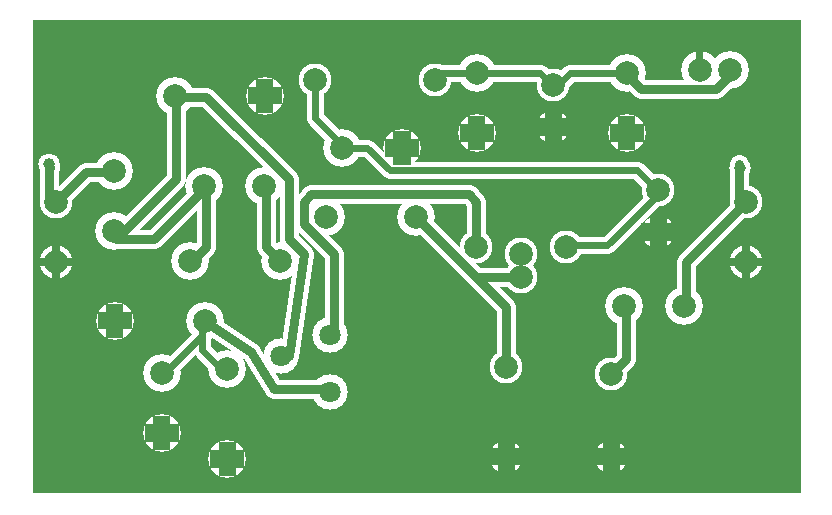
<source format=gbr>
%FSLAX34Y34*%
%MOMM*%
%LNCOPPER_BOTTOM*%
G71*
G01*
%ADD10C,3.200*%
%ADD11C,3.000*%
%ADD12C,2.800*%
%ADD13C,1.600*%
%ADD14C,2.800*%
%ADD15C,3.200*%
%ADD16C,1.400*%
%ADD17C,1.800*%
%ADD18C,0.667*%
%ADD19C,0.813*%
%ADD20C,1.453*%
%ADD21C,1.467*%
%ADD22C,2.230*%
%ADD23C,2.000*%
%ADD24C,1.800*%
%ADD25C,0.800*%
%ADD26C,2.000*%
%ADD27C,3.000*%
%ADD28C,0.600*%
%ADD29C,1.000*%
%LPD*%
G36*
X-540360Y204700D02*
X109640Y204700D01*
X109640Y-195300D01*
X-540360Y-195300D01*
X-540360Y204700D01*
G37*
%LPC*%
X-344034Y140589D02*
G54D10*
D03*
X-420284Y140639D02*
G54D10*
D03*
X10596Y-37230D02*
G54D10*
D03*
X-40384Y-37343D02*
G54D10*
D03*
X23975Y162825D02*
G54D10*
D03*
X49475Y162825D02*
G54D10*
D03*
X-288900Y-62000D02*
G54D11*
D03*
X-330200Y-79575D02*
G54D11*
D03*
X-288865Y-109891D02*
G54D11*
D03*
X-345003Y64369D02*
G54D10*
D03*
X-395984Y64257D02*
G54D10*
D03*
X-331334Y889D02*
G54D10*
D03*
X-407584Y939D02*
G54D10*
D03*
X-394834Y-49911D02*
G54D10*
D03*
X-471084Y-49861D02*
G54D10*
D03*
X-431464Y-94025D02*
G54D10*
D03*
X-431352Y-145006D02*
G54D10*
D03*
X-375872Y-166826D02*
G54D10*
D03*
X-375821Y-90576D02*
G54D10*
D03*
X-37764Y159975D02*
G54D10*
D03*
X-37652Y108994D02*
G54D10*
D03*
X-164764Y159975D02*
G54D10*
D03*
X-164652Y108994D02*
G54D10*
D03*
X-165100Y12700D02*
G54D12*
D03*
X-88900Y12700D02*
G54D12*
D03*
X-127000Y-12700D02*
G54D12*
D03*
X-99944Y114206D02*
G54D12*
D03*
X-99944Y149306D02*
G54D12*
D03*
X-139700Y-88900D02*
G54D12*
D03*
X-50800Y-95250D02*
G54D12*
D03*
X-215850Y38050D02*
G54D10*
D03*
X-292100Y38100D02*
G54D10*
D03*
G54D13*
X-395984Y64257D02*
X-393700Y63500D01*
X-438150Y19050D01*
X-469900Y19050D01*
X-469564Y20275D01*
G54D13*
X-469564Y20275D02*
X-469900Y19050D01*
X-419100Y69850D01*
X-419100Y139700D01*
X-420284Y140639D01*
G54D13*
X-323850Y-79575D02*
X-311150Y6350D01*
X-323850Y19050D01*
X-323850Y69850D01*
X-393700Y139700D01*
X-419100Y139700D01*
X-420284Y140639D01*
G54D13*
X-165100Y12700D02*
X-165100Y50800D01*
X-171450Y57150D01*
X-304800Y57150D01*
X-311150Y50800D01*
X-311150Y31750D01*
X-285750Y6350D01*
X-285750Y-63500D01*
X-288900Y-62000D01*
G54D13*
X-217034Y38989D02*
X-215900Y38100D01*
X-139700Y-38100D01*
X-139700Y-88900D01*
G54D13*
X-217034Y38989D02*
X-215900Y38100D01*
X-165100Y-12700D01*
X-127000Y-12700D01*
X-344034Y140589D02*
G54D14*
D03*
X-431352Y-145006D02*
G54D14*
D03*
X-375872Y-166826D02*
G54D14*
D03*
X-139700Y-165100D02*
G54D14*
D03*
X-50800Y-165100D02*
G54D14*
D03*
G54D13*
X-407584Y939D02*
X-406400Y0D01*
X-393700Y12700D01*
X-393700Y63500D01*
X-395984Y64257D01*
G54D13*
X-331334Y889D02*
X-330200Y0D01*
X-342900Y12700D01*
X-342900Y63500D01*
X-345003Y64369D01*
X-523850Y-176300D02*
G54D15*
D03*
X-520880Y184038D02*
G54D15*
D03*
X92100Y179300D02*
G54D15*
D03*
X92100Y-176300D02*
G54D15*
D03*
X-200000Y153900D02*
G54D12*
D03*
X-301600Y153900D02*
G54D12*
D03*
X-227946Y96423D02*
G54D10*
D03*
X-278927Y96311D02*
G54D10*
D03*
X-11044Y25306D02*
G54D12*
D03*
X-11044Y60406D02*
G54D12*
D03*
X-37652Y108994D02*
G54D14*
D03*
X-99944Y114206D02*
G54D14*
D03*
X-164652Y108994D02*
G54D14*
D03*
X-227946Y96423D02*
G54D14*
D03*
X-11044Y25306D02*
G54D14*
D03*
G54D16*
X-99944Y149306D02*
X-98400Y147550D01*
X-85700Y160250D01*
X-34900Y160250D01*
X-37764Y159975D01*
G54D16*
X-99944Y149306D02*
X-98400Y147550D01*
X-111100Y160250D01*
X-161900Y160250D01*
X-164764Y159975D01*
G54D16*
X-278927Y96311D02*
X-276200Y96750D01*
X-301600Y122150D01*
X-301600Y153900D01*
G54D16*
X-11044Y60406D02*
X-9500Y58650D01*
X-28550Y77700D01*
X-238100Y77700D01*
X-257150Y96750D01*
X-276200Y96750D01*
X-278927Y96311D01*
G54D16*
X-11044Y60406D02*
X-9500Y58650D01*
X-53950Y14200D01*
X-92050Y14200D01*
X-88900Y12700D01*
G54D16*
X-200000Y153900D02*
X-193650Y160250D01*
X-161900Y160250D01*
X-164764Y159975D01*
X-471084Y-49861D02*
G54D14*
D03*
G54D16*
X-431464Y-94025D02*
X-428600Y-93750D01*
X-396850Y-62000D01*
X-396850Y-49300D01*
X-394834Y-49911D01*
G54D16*
X-375821Y-90576D02*
X-377800Y-93750D01*
X-396850Y-74700D01*
X-396850Y-49300D01*
X-394834Y-49911D01*
X-127000Y6350D02*
G54D12*
D03*
X58540Y79600D02*
G54D17*
D03*
X63500Y50800D02*
G54D12*
D03*
X63500Y0D02*
G54D12*
D03*
G54D13*
X-50800Y-95250D02*
X-38100Y-82550D01*
X-38100Y-38100D01*
X-40384Y-37343D01*
G54D13*
X63500Y50800D02*
X12700Y0D01*
X12700Y-38100D01*
X10596Y-37230D01*
G54D13*
X63500Y50800D02*
X57150Y57150D01*
X57150Y82550D01*
X58540Y79600D01*
G54D13*
X-37764Y159975D02*
X-38100Y158750D01*
X-25400Y146050D01*
X38100Y146050D01*
X50800Y158750D01*
X50800Y165100D01*
X49475Y162825D01*
X-472055Y25952D02*
G54D10*
D03*
X-472167Y76932D02*
G54D10*
D03*
G54D13*
X-394834Y-49911D02*
X-393700Y-50800D01*
X-355600Y-76200D01*
X-336550Y-107950D01*
X-285750Y-107950D01*
X-288865Y-109891D01*
X-527050Y82550D02*
G54D17*
D03*
X-520700Y50800D02*
G54D12*
D03*
X-520700Y0D02*
G54D12*
D03*
G54D13*
X-520700Y50800D02*
X-527050Y57150D01*
X-527050Y82550D01*
X-525660Y79600D01*
G54D13*
X-520700Y50800D02*
X-495300Y76200D01*
X-469900Y76200D01*
X-472167Y76932D01*
%LPD*%
G54D18*
G36*
X20642Y162825D02*
X20642Y179325D01*
X27308Y179325D01*
X27308Y162825D01*
X20642Y162825D01*
G37*
G54D19*
G54D20*
G36*
X-351301Y140589D02*
X-351301Y155089D01*
X-336767Y155089D01*
X-336767Y140589D01*
X-351301Y140589D01*
G37*
G36*
X-344034Y147856D02*
X-329534Y147856D01*
X-329534Y133322D01*
X-344034Y133322D01*
X-344034Y147856D01*
G37*
G36*
X-336767Y140589D02*
X-336767Y126089D01*
X-351301Y126089D01*
X-351301Y140589D01*
X-336767Y140589D01*
G37*
G36*
X-344034Y133322D02*
X-358534Y133322D01*
X-358534Y147856D01*
X-344034Y147856D01*
X-344034Y133322D01*
G37*
G54D21*
G36*
X-438685Y-145006D02*
X-438685Y-130506D01*
X-424019Y-130506D01*
X-424019Y-145006D01*
X-438685Y-145006D01*
G37*
G36*
X-431352Y-137673D02*
X-416852Y-137673D01*
X-416852Y-152339D01*
X-431352Y-152339D01*
X-431352Y-137673D01*
G37*
G36*
X-424019Y-145006D02*
X-424019Y-159506D01*
X-438685Y-159506D01*
X-438685Y-145006D01*
X-424019Y-145006D01*
G37*
G36*
X-431352Y-152339D02*
X-445852Y-152339D01*
X-445852Y-137673D01*
X-431352Y-137673D01*
X-431352Y-152339D01*
G37*
G54D21*
G36*
X-383205Y-166826D02*
X-383205Y-152326D01*
X-368538Y-152326D01*
X-368538Y-166826D01*
X-383205Y-166826D01*
G37*
G36*
X-375872Y-159493D02*
X-361372Y-159493D01*
X-361372Y-174159D01*
X-375872Y-174159D01*
X-375872Y-159493D01*
G37*
G36*
X-368538Y-166826D02*
X-368538Y-181326D01*
X-383205Y-181326D01*
X-383205Y-166826D01*
X-368538Y-166826D01*
G37*
G36*
X-375872Y-174159D02*
X-390372Y-174159D01*
X-390372Y-159493D01*
X-375872Y-159493D01*
X-375872Y-174159D01*
G37*
G54D21*
G36*
X-147033Y-165100D02*
X-147033Y-150600D01*
X-132367Y-150600D01*
X-132367Y-165100D01*
X-147033Y-165100D01*
G37*
G36*
X-139700Y-157767D02*
X-125200Y-157767D01*
X-125200Y-172433D01*
X-139700Y-172433D01*
X-139700Y-157767D01*
G37*
G36*
X-132367Y-165100D02*
X-132367Y-179600D01*
X-147033Y-179600D01*
X-147033Y-165100D01*
X-132367Y-165100D01*
G37*
G36*
X-139700Y-172433D02*
X-154200Y-172433D01*
X-154200Y-157767D01*
X-139700Y-157767D01*
X-139700Y-172433D01*
G37*
G54D21*
G36*
X-58133Y-165100D02*
X-58133Y-150600D01*
X-43467Y-150600D01*
X-43467Y-165100D01*
X-58133Y-165100D01*
G37*
G36*
X-50800Y-157767D02*
X-36300Y-157767D01*
X-36300Y-172433D01*
X-50800Y-172433D01*
X-50800Y-157767D01*
G37*
G36*
X-43467Y-165100D02*
X-43467Y-179600D01*
X-58133Y-179600D01*
X-58133Y-165100D01*
X-43467Y-165100D01*
G37*
G36*
X-50800Y-172433D02*
X-65300Y-172433D01*
X-65300Y-157767D01*
X-50800Y-157767D01*
X-50800Y-172433D01*
G37*
G54D22*
G36*
X-523850Y-165150D02*
X-507350Y-165150D01*
X-507350Y-187450D01*
X-523850Y-187450D01*
X-523850Y-165150D01*
G37*
G36*
X-512700Y-176300D02*
X-512700Y-192800D01*
X-535000Y-192800D01*
X-535000Y-176300D01*
X-512700Y-176300D01*
G37*
G36*
X-523850Y-187450D02*
X-540350Y-187450D01*
X-540350Y-165150D01*
X-523850Y-165150D01*
X-523850Y-187450D01*
G37*
G36*
X-535000Y-176300D02*
X-535000Y-159800D01*
X-512700Y-159800D01*
X-512700Y-176300D01*
X-535000Y-176300D01*
G37*
G54D22*
G36*
X-520880Y195188D02*
X-504380Y195188D01*
X-504380Y172888D01*
X-520880Y172888D01*
X-520880Y195188D01*
G37*
G36*
X-509730Y184038D02*
X-509730Y167538D01*
X-532030Y167538D01*
X-532030Y184038D01*
X-509730Y184038D01*
G37*
G36*
X-520880Y172888D02*
X-537380Y172888D01*
X-537380Y195188D01*
X-520880Y195188D01*
X-520880Y172888D01*
G37*
G36*
X-532030Y184038D02*
X-532030Y200538D01*
X-509730Y200538D01*
X-509730Y184038D01*
X-532030Y184038D01*
G37*
G54D22*
G36*
X92100Y190450D02*
X108600Y190450D01*
X108600Y168150D01*
X92100Y168150D01*
X92100Y190450D01*
G37*
G36*
X103250Y179300D02*
X103250Y162800D01*
X80950Y162800D01*
X80950Y179300D01*
X103250Y179300D01*
G37*
G36*
X92100Y168150D02*
X75600Y168150D01*
X75600Y190450D01*
X92100Y190450D01*
X92100Y168150D01*
G37*
G36*
X80950Y179300D02*
X80950Y195800D01*
X103250Y195800D01*
X103250Y179300D01*
X80950Y179300D01*
G37*
G54D22*
G36*
X92100Y-165150D02*
X108600Y-165150D01*
X108600Y-187450D01*
X92100Y-187450D01*
X92100Y-165150D01*
G37*
G36*
X103250Y-176300D02*
X103250Y-192800D01*
X80950Y-192800D01*
X80950Y-176300D01*
X103250Y-176300D01*
G37*
G36*
X92100Y-187450D02*
X75600Y-187450D01*
X75600Y-165150D01*
X92100Y-165150D01*
X92100Y-187450D01*
G37*
G36*
X80950Y-176300D02*
X80950Y-159800D01*
X103250Y-159800D01*
X103250Y-176300D01*
X80950Y-176300D01*
G37*
G54D21*
G36*
X-44985Y108994D02*
X-44985Y123494D01*
X-30319Y123494D01*
X-30319Y108994D01*
X-44985Y108994D01*
G37*
G36*
X-37652Y116327D02*
X-23152Y116327D01*
X-23152Y101661D01*
X-37652Y101661D01*
X-37652Y116327D01*
G37*
G36*
X-30319Y108994D02*
X-30319Y94494D01*
X-44985Y94494D01*
X-44985Y108994D01*
X-30319Y108994D01*
G37*
G36*
X-37652Y101661D02*
X-52152Y101661D01*
X-52152Y116327D01*
X-37652Y116327D01*
X-37652Y101661D01*
G37*
G54D21*
G36*
X-107277Y114206D02*
X-107277Y128706D01*
X-92611Y128706D01*
X-92611Y114206D01*
X-107277Y114206D01*
G37*
G36*
X-99944Y121539D02*
X-85444Y121539D01*
X-85444Y106873D01*
X-99944Y106873D01*
X-99944Y121539D01*
G37*
G36*
X-92611Y114206D02*
X-92611Y99706D01*
X-107277Y99706D01*
X-107277Y114206D01*
X-92611Y114206D01*
G37*
G36*
X-99944Y106873D02*
X-114444Y106873D01*
X-114444Y121539D01*
X-99944Y121539D01*
X-99944Y106873D01*
G37*
G54D21*
G36*
X-171985Y108994D02*
X-171985Y123494D01*
X-157319Y123494D01*
X-157319Y108994D01*
X-171985Y108994D01*
G37*
G36*
X-164652Y116327D02*
X-150152Y116327D01*
X-150152Y101661D01*
X-164652Y101661D01*
X-164652Y116327D01*
G37*
G36*
X-157319Y108994D02*
X-157319Y94494D01*
X-171985Y94494D01*
X-171985Y108994D01*
X-157319Y108994D01*
G37*
G36*
X-164652Y101661D02*
X-179152Y101661D01*
X-179152Y116327D01*
X-164652Y116327D01*
X-164652Y101661D01*
G37*
G54D21*
G36*
X-235280Y96423D02*
X-235280Y110923D01*
X-220613Y110923D01*
X-220613Y96423D01*
X-235280Y96423D01*
G37*
G36*
X-227946Y103756D02*
X-213446Y103756D01*
X-213446Y89090D01*
X-227946Y89090D01*
X-227946Y103756D01*
G37*
G36*
X-220613Y96423D02*
X-220613Y81923D01*
X-235280Y81923D01*
X-235280Y96423D01*
X-220613Y96423D01*
G37*
G36*
X-227946Y89090D02*
X-242446Y89090D01*
X-242446Y103756D01*
X-227946Y103756D01*
X-227946Y89090D01*
G37*
G54D21*
G36*
X-18377Y25306D02*
X-18377Y39806D01*
X-3711Y39806D01*
X-3711Y25306D01*
X-18377Y25306D01*
G37*
G36*
X-11044Y32639D02*
X3456Y32639D01*
X3456Y17973D01*
X-11044Y17973D01*
X-11044Y32639D01*
G37*
G36*
X-3711Y25306D02*
X-3711Y10806D01*
X-18377Y10806D01*
X-18377Y25306D01*
X-3711Y25306D01*
G37*
G36*
X-11044Y17973D02*
X-25544Y17973D01*
X-25544Y32639D01*
X-11044Y32639D01*
X-11044Y17973D01*
G37*
G54D21*
G36*
X-478417Y-49861D02*
X-478417Y-35361D01*
X-463750Y-35361D01*
X-463750Y-49861D01*
X-478417Y-49861D01*
G37*
G36*
X-471084Y-42528D02*
X-456584Y-42528D01*
X-456584Y-57194D01*
X-471084Y-57194D01*
X-471084Y-42528D01*
G37*
G36*
X-463750Y-49861D02*
X-463750Y-64361D01*
X-478417Y-64361D01*
X-478417Y-49861D01*
X-463750Y-49861D01*
G37*
G36*
X-471084Y-57194D02*
X-485584Y-57194D01*
X-485584Y-42528D01*
X-471084Y-42528D01*
X-471084Y-57194D01*
G37*
G54D18*
G36*
X60167Y0D02*
X60167Y14500D01*
X66833Y14500D01*
X66833Y0D01*
X60167Y0D01*
G37*
G36*
X63500Y3333D02*
X78000Y3333D01*
X78000Y-3333D01*
X63500Y-3333D01*
X63500Y3333D01*
G37*
G36*
X66833Y0D02*
X66833Y-14500D01*
X60167Y-14500D01*
X60167Y0D01*
X66833Y0D01*
G37*
G36*
X63500Y-3333D02*
X49000Y-3333D01*
X49000Y3333D01*
X63500Y3333D01*
X63500Y-3333D01*
G37*
G54D18*
G36*
X-524033Y0D02*
X-524033Y14500D01*
X-517367Y14500D01*
X-517367Y0D01*
X-524033Y0D01*
G37*
G36*
X-520700Y3333D02*
X-506200Y3333D01*
X-506200Y-3333D01*
X-520700Y-3333D01*
X-520700Y3333D01*
G37*
G36*
X-517367Y0D02*
X-517367Y-14500D01*
X-524033Y-14500D01*
X-524033Y0D01*
X-517367Y0D01*
G37*
G36*
X-520700Y-3333D02*
X-535200Y-3333D01*
X-535200Y3333D01*
X-520700Y3333D01*
X-520700Y-3333D01*
G37*
X-344034Y140589D02*
G54D23*
D03*
X-420284Y140639D02*
G54D23*
D03*
X10596Y-37230D02*
G54D23*
D03*
X-40384Y-37343D02*
G54D23*
D03*
X23975Y162825D02*
G54D23*
D03*
X49475Y162825D02*
G54D23*
D03*
X-288900Y-62000D02*
G54D24*
D03*
X-330200Y-79575D02*
G54D24*
D03*
X-288865Y-109891D02*
G54D24*
D03*
X-345003Y64369D02*
G54D23*
D03*
X-395984Y64257D02*
G54D23*
D03*
X-331334Y889D02*
G54D23*
D03*
X-407584Y939D02*
G54D23*
D03*
X-394834Y-49911D02*
G54D23*
D03*
X-471084Y-49861D02*
G54D23*
D03*
X-431464Y-94025D02*
G54D23*
D03*
X-431352Y-145006D02*
G54D23*
D03*
X-375872Y-166826D02*
G54D23*
D03*
X-375821Y-90576D02*
G54D23*
D03*
X-37764Y159975D02*
G54D23*
D03*
X-37652Y108994D02*
G54D23*
D03*
X-164764Y159975D02*
G54D23*
D03*
X-164652Y108994D02*
G54D23*
D03*
X-165100Y12700D02*
G54D23*
D03*
X-88900Y12700D02*
G54D23*
D03*
X-127000Y-12700D02*
G54D23*
D03*
X-99944Y114206D02*
G54D23*
D03*
X-99944Y149306D02*
G54D23*
D03*
X-139700Y-88900D02*
G54D23*
D03*
X-50800Y-95250D02*
G54D23*
D03*
X-215850Y38050D02*
G54D23*
D03*
X-292100Y38100D02*
G54D23*
D03*
G54D25*
X-395984Y64257D02*
X-393700Y63500D01*
X-438150Y19050D01*
X-469900Y19050D01*
X-469564Y20275D01*
G54D25*
X-469564Y20275D02*
X-469900Y19050D01*
X-419100Y69850D01*
X-419100Y139700D01*
X-420284Y140639D01*
G54D25*
X-323850Y-79575D02*
X-311150Y6350D01*
X-323850Y19050D01*
X-323850Y69850D01*
X-393700Y139700D01*
X-419100Y139700D01*
X-420284Y140639D01*
G54D25*
X-165100Y12700D02*
X-165100Y50800D01*
X-171450Y57150D01*
X-304800Y57150D01*
X-311150Y50800D01*
X-311150Y31750D01*
X-285750Y6350D01*
X-285750Y-63500D01*
X-288900Y-62000D01*
G54D25*
X-217034Y38989D02*
X-215900Y38100D01*
X-139700Y-38100D01*
X-139700Y-88900D01*
G54D25*
X-217034Y38989D02*
X-215900Y38100D01*
X-165100Y-12700D01*
X-127000Y-12700D01*
X-344034Y140589D02*
G54D26*
D03*
X-431352Y-145006D02*
G54D26*
D03*
X-375872Y-166826D02*
G54D26*
D03*
X-139700Y-165100D02*
G54D26*
D03*
X-50800Y-165100D02*
G54D26*
D03*
G54D25*
X-407584Y939D02*
X-406400Y0D01*
X-393700Y12700D01*
X-393700Y63500D01*
X-395984Y64257D01*
G54D25*
X-331334Y889D02*
X-330200Y0D01*
X-342900Y12700D01*
X-342900Y63500D01*
X-345003Y64369D01*
X-523850Y-176300D02*
G54D27*
D03*
X-520880Y184038D02*
G54D27*
D03*
X92100Y179300D02*
G54D27*
D03*
X92100Y-176300D02*
G54D27*
D03*
X-200000Y153900D02*
G54D23*
D03*
X-301600Y153900D02*
G54D23*
D03*
X-227946Y96423D02*
G54D23*
D03*
X-278927Y96311D02*
G54D23*
D03*
X-11044Y25306D02*
G54D23*
D03*
X-11044Y60406D02*
G54D23*
D03*
X-37652Y108994D02*
G54D26*
D03*
X-99944Y114206D02*
G54D26*
D03*
X-164652Y108994D02*
G54D26*
D03*
X-227946Y96423D02*
G54D26*
D03*
X-11044Y25306D02*
G54D26*
D03*
G54D28*
X-99944Y149306D02*
X-98400Y147550D01*
X-85700Y160250D01*
X-34900Y160250D01*
X-37764Y159975D01*
G54D28*
X-99944Y149306D02*
X-98400Y147550D01*
X-111100Y160250D01*
X-161900Y160250D01*
X-164764Y159975D01*
G54D28*
X-278927Y96311D02*
X-276200Y96750D01*
X-301600Y122150D01*
X-301600Y153900D01*
G54D28*
X-11044Y60406D02*
X-9500Y58650D01*
X-28550Y77700D01*
X-238100Y77700D01*
X-257150Y96750D01*
X-276200Y96750D01*
X-278927Y96311D01*
G54D28*
X-11044Y60406D02*
X-9500Y58650D01*
X-53950Y14200D01*
X-92050Y14200D01*
X-88900Y12700D01*
G54D28*
X-200000Y153900D02*
X-193650Y160250D01*
X-161900Y160250D01*
X-164764Y159975D01*
X-471084Y-49861D02*
G54D26*
D03*
G54D28*
X-431464Y-94025D02*
X-428600Y-93750D01*
X-396850Y-62000D01*
X-396850Y-49300D01*
X-394834Y-49911D01*
G54D28*
X-375821Y-90576D02*
X-377800Y-93750D01*
X-396850Y-74700D01*
X-396850Y-49300D01*
X-394834Y-49911D01*
X-127000Y6350D02*
G54D23*
D03*
X58540Y79600D02*
G54D29*
D03*
X63500Y50800D02*
G54D23*
D03*
X63500Y0D02*
G54D23*
D03*
G54D25*
X-50800Y-95250D02*
X-38100Y-82550D01*
X-38100Y-38100D01*
X-40384Y-37343D01*
G54D25*
X63500Y50800D02*
X12700Y0D01*
X12700Y-38100D01*
X10596Y-37230D01*
G54D25*
X63500Y50800D02*
X57150Y57150D01*
X57150Y82550D01*
X58540Y79600D01*
G54D25*
X-37764Y159975D02*
X-38100Y158750D01*
X-25400Y146050D01*
X38100Y146050D01*
X50800Y158750D01*
X50800Y165100D01*
X49475Y162825D01*
X-472055Y25952D02*
G54D23*
D03*
X-472167Y76932D02*
G54D23*
D03*
G54D25*
X-394834Y-49911D02*
X-393700Y-50800D01*
X-355600Y-76200D01*
X-336550Y-107950D01*
X-285750Y-107950D01*
X-288865Y-109891D01*
X-527050Y82550D02*
G54D29*
D03*
X-520700Y50800D02*
G54D23*
D03*
X-520700Y0D02*
G54D23*
D03*
G54D25*
X-520700Y50800D02*
X-527050Y57150D01*
X-527050Y82550D01*
X-525660Y79600D01*
G54D25*
X-520700Y50800D02*
X-495300Y76200D01*
X-469900Y76200D01*
X-472167Y76932D01*
M02*

</source>
